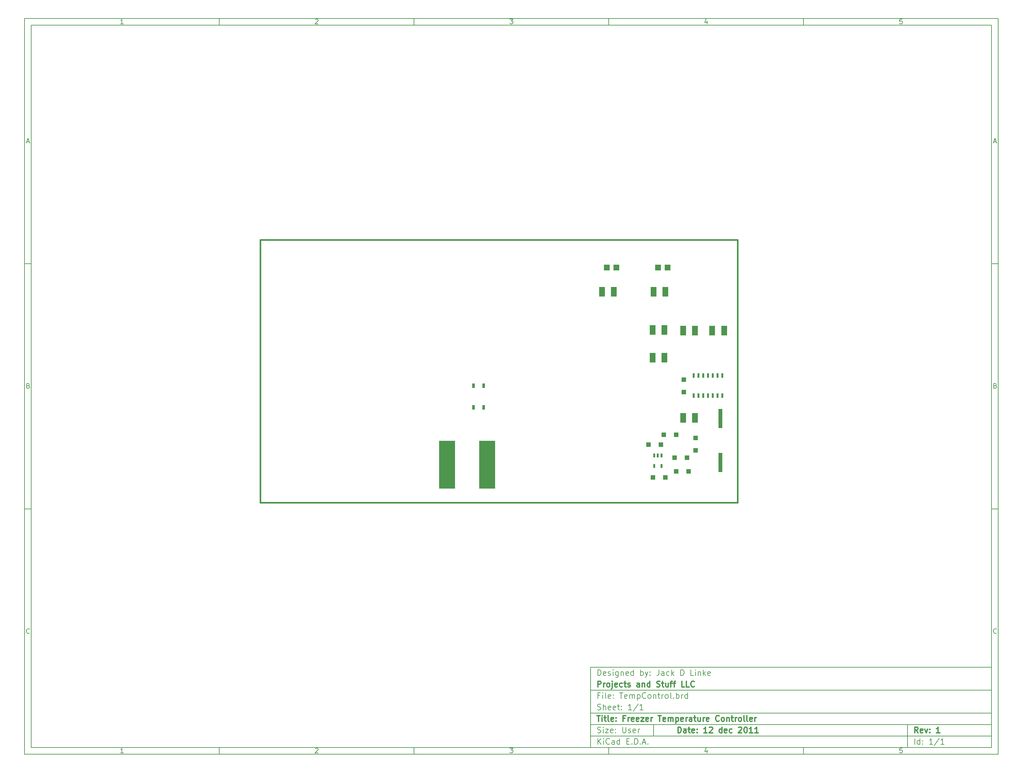
<source format=gtp>
G04 (created by PCBNEW-RS274X (2011-07-08 BZR 3044)-stable) date 12/12/2011 9:59:01 PM*
G01*
G70*
G90*
%MOIN*%
G04 Gerber Fmt 3.4, Leading zero omitted, Abs format*
%FSLAX34Y34*%
G04 APERTURE LIST*
%ADD10C,0.006000*%
%ADD11C,0.012000*%
%ADD12C,0.015000*%
%ADD13R,0.020000X0.045000*%
%ADD14R,0.023600X0.043300*%
%ADD15R,0.167300X0.500000*%
%ADD16R,0.049200X0.049200*%
%ADD17R,0.059100X0.098400*%
%ADD18R,0.026000X0.050000*%
%ADD19R,0.039400X0.200000*%
%ADD20R,0.060000X0.060000*%
G04 APERTURE END LIST*
G54D10*
X04000Y-04000D02*
X106000Y-04000D01*
X106000Y-81000D01*
X04000Y-81000D01*
X04000Y-04000D01*
X04700Y-04700D02*
X105300Y-04700D01*
X105300Y-80300D01*
X04700Y-80300D01*
X04700Y-04700D01*
X24400Y-04000D02*
X24400Y-04700D01*
X14343Y-04552D02*
X14057Y-04552D01*
X14200Y-04552D02*
X14200Y-04052D01*
X14152Y-04124D01*
X14105Y-04171D01*
X14057Y-04195D01*
X24400Y-81000D02*
X24400Y-80300D01*
X14343Y-80852D02*
X14057Y-80852D01*
X14200Y-80852D02*
X14200Y-80352D01*
X14152Y-80424D01*
X14105Y-80471D01*
X14057Y-80495D01*
X44800Y-04000D02*
X44800Y-04700D01*
X34457Y-04100D02*
X34481Y-04076D01*
X34529Y-04052D01*
X34648Y-04052D01*
X34695Y-04076D01*
X34719Y-04100D01*
X34743Y-04148D01*
X34743Y-04195D01*
X34719Y-04267D01*
X34433Y-04552D01*
X34743Y-04552D01*
X44800Y-81000D02*
X44800Y-80300D01*
X34457Y-80400D02*
X34481Y-80376D01*
X34529Y-80352D01*
X34648Y-80352D01*
X34695Y-80376D01*
X34719Y-80400D01*
X34743Y-80448D01*
X34743Y-80495D01*
X34719Y-80567D01*
X34433Y-80852D01*
X34743Y-80852D01*
X65200Y-04000D02*
X65200Y-04700D01*
X54833Y-04052D02*
X55143Y-04052D01*
X54976Y-04243D01*
X55048Y-04243D01*
X55095Y-04267D01*
X55119Y-04290D01*
X55143Y-04338D01*
X55143Y-04457D01*
X55119Y-04505D01*
X55095Y-04529D01*
X55048Y-04552D01*
X54905Y-04552D01*
X54857Y-04529D01*
X54833Y-04505D01*
X65200Y-81000D02*
X65200Y-80300D01*
X54833Y-80352D02*
X55143Y-80352D01*
X54976Y-80543D01*
X55048Y-80543D01*
X55095Y-80567D01*
X55119Y-80590D01*
X55143Y-80638D01*
X55143Y-80757D01*
X55119Y-80805D01*
X55095Y-80829D01*
X55048Y-80852D01*
X54905Y-80852D01*
X54857Y-80829D01*
X54833Y-80805D01*
X85600Y-04000D02*
X85600Y-04700D01*
X75495Y-04219D02*
X75495Y-04552D01*
X75376Y-04029D02*
X75257Y-04386D01*
X75567Y-04386D01*
X85600Y-81000D02*
X85600Y-80300D01*
X75495Y-80519D02*
X75495Y-80852D01*
X75376Y-80329D02*
X75257Y-80686D01*
X75567Y-80686D01*
X95919Y-04052D02*
X95681Y-04052D01*
X95657Y-04290D01*
X95681Y-04267D01*
X95729Y-04243D01*
X95848Y-04243D01*
X95895Y-04267D01*
X95919Y-04290D01*
X95943Y-04338D01*
X95943Y-04457D01*
X95919Y-04505D01*
X95895Y-04529D01*
X95848Y-04552D01*
X95729Y-04552D01*
X95681Y-04529D01*
X95657Y-04505D01*
X95919Y-80352D02*
X95681Y-80352D01*
X95657Y-80590D01*
X95681Y-80567D01*
X95729Y-80543D01*
X95848Y-80543D01*
X95895Y-80567D01*
X95919Y-80590D01*
X95943Y-80638D01*
X95943Y-80757D01*
X95919Y-80805D01*
X95895Y-80829D01*
X95848Y-80852D01*
X95729Y-80852D01*
X95681Y-80829D01*
X95657Y-80805D01*
X04000Y-29660D02*
X04700Y-29660D01*
X04231Y-16890D02*
X04469Y-16890D01*
X04184Y-17032D02*
X04350Y-16532D01*
X04517Y-17032D01*
X106000Y-29660D02*
X105300Y-29660D01*
X105531Y-16890D02*
X105769Y-16890D01*
X105484Y-17032D02*
X105650Y-16532D01*
X105817Y-17032D01*
X04000Y-55320D02*
X04700Y-55320D01*
X04386Y-42430D02*
X04457Y-42454D01*
X04481Y-42478D01*
X04505Y-42526D01*
X04505Y-42597D01*
X04481Y-42645D01*
X04457Y-42669D01*
X04410Y-42692D01*
X04219Y-42692D01*
X04219Y-42192D01*
X04386Y-42192D01*
X04433Y-42216D01*
X04457Y-42240D01*
X04481Y-42288D01*
X04481Y-42335D01*
X04457Y-42383D01*
X04433Y-42407D01*
X04386Y-42430D01*
X04219Y-42430D01*
X106000Y-55320D02*
X105300Y-55320D01*
X105686Y-42430D02*
X105757Y-42454D01*
X105781Y-42478D01*
X105805Y-42526D01*
X105805Y-42597D01*
X105781Y-42645D01*
X105757Y-42669D01*
X105710Y-42692D01*
X105519Y-42692D01*
X105519Y-42192D01*
X105686Y-42192D01*
X105733Y-42216D01*
X105757Y-42240D01*
X105781Y-42288D01*
X105781Y-42335D01*
X105757Y-42383D01*
X105733Y-42407D01*
X105686Y-42430D01*
X105519Y-42430D01*
X04505Y-68305D02*
X04481Y-68329D01*
X04410Y-68352D01*
X04362Y-68352D01*
X04290Y-68329D01*
X04243Y-68281D01*
X04219Y-68233D01*
X04195Y-68138D01*
X04195Y-68067D01*
X04219Y-67971D01*
X04243Y-67924D01*
X04290Y-67876D01*
X04362Y-67852D01*
X04410Y-67852D01*
X04481Y-67876D01*
X04505Y-67900D01*
X105805Y-68305D02*
X105781Y-68329D01*
X105710Y-68352D01*
X105662Y-68352D01*
X105590Y-68329D01*
X105543Y-68281D01*
X105519Y-68233D01*
X105495Y-68138D01*
X105495Y-68067D01*
X105519Y-67971D01*
X105543Y-67924D01*
X105590Y-67876D01*
X105662Y-67852D01*
X105710Y-67852D01*
X105781Y-67876D01*
X105805Y-67900D01*
G54D11*
X72443Y-78743D02*
X72443Y-78143D01*
X72586Y-78143D01*
X72671Y-78171D01*
X72729Y-78229D01*
X72757Y-78286D01*
X72786Y-78400D01*
X72786Y-78486D01*
X72757Y-78600D01*
X72729Y-78657D01*
X72671Y-78714D01*
X72586Y-78743D01*
X72443Y-78743D01*
X73300Y-78743D02*
X73300Y-78429D01*
X73271Y-78371D01*
X73214Y-78343D01*
X73100Y-78343D01*
X73043Y-78371D01*
X73300Y-78714D02*
X73243Y-78743D01*
X73100Y-78743D01*
X73043Y-78714D01*
X73014Y-78657D01*
X73014Y-78600D01*
X73043Y-78543D01*
X73100Y-78514D01*
X73243Y-78514D01*
X73300Y-78486D01*
X73500Y-78343D02*
X73729Y-78343D01*
X73586Y-78143D02*
X73586Y-78657D01*
X73614Y-78714D01*
X73672Y-78743D01*
X73729Y-78743D01*
X74157Y-78714D02*
X74100Y-78743D01*
X73986Y-78743D01*
X73929Y-78714D01*
X73900Y-78657D01*
X73900Y-78429D01*
X73929Y-78371D01*
X73986Y-78343D01*
X74100Y-78343D01*
X74157Y-78371D01*
X74186Y-78429D01*
X74186Y-78486D01*
X73900Y-78543D01*
X74443Y-78686D02*
X74471Y-78714D01*
X74443Y-78743D01*
X74414Y-78714D01*
X74443Y-78686D01*
X74443Y-78743D01*
X74443Y-78371D02*
X74471Y-78400D01*
X74443Y-78429D01*
X74414Y-78400D01*
X74443Y-78371D01*
X74443Y-78429D01*
X75500Y-78743D02*
X75157Y-78743D01*
X75329Y-78743D02*
X75329Y-78143D01*
X75272Y-78229D01*
X75214Y-78286D01*
X75157Y-78314D01*
X75728Y-78200D02*
X75757Y-78171D01*
X75814Y-78143D01*
X75957Y-78143D01*
X76014Y-78171D01*
X76043Y-78200D01*
X76071Y-78257D01*
X76071Y-78314D01*
X76043Y-78400D01*
X75700Y-78743D01*
X76071Y-78743D01*
X77042Y-78743D02*
X77042Y-78143D01*
X77042Y-78714D02*
X76985Y-78743D01*
X76871Y-78743D01*
X76813Y-78714D01*
X76785Y-78686D01*
X76756Y-78629D01*
X76756Y-78457D01*
X76785Y-78400D01*
X76813Y-78371D01*
X76871Y-78343D01*
X76985Y-78343D01*
X77042Y-78371D01*
X77556Y-78714D02*
X77499Y-78743D01*
X77385Y-78743D01*
X77328Y-78714D01*
X77299Y-78657D01*
X77299Y-78429D01*
X77328Y-78371D01*
X77385Y-78343D01*
X77499Y-78343D01*
X77556Y-78371D01*
X77585Y-78429D01*
X77585Y-78486D01*
X77299Y-78543D01*
X78099Y-78714D02*
X78042Y-78743D01*
X77928Y-78743D01*
X77870Y-78714D01*
X77842Y-78686D01*
X77813Y-78629D01*
X77813Y-78457D01*
X77842Y-78400D01*
X77870Y-78371D01*
X77928Y-78343D01*
X78042Y-78343D01*
X78099Y-78371D01*
X78784Y-78200D02*
X78813Y-78171D01*
X78870Y-78143D01*
X79013Y-78143D01*
X79070Y-78171D01*
X79099Y-78200D01*
X79127Y-78257D01*
X79127Y-78314D01*
X79099Y-78400D01*
X78756Y-78743D01*
X79127Y-78743D01*
X79498Y-78143D02*
X79555Y-78143D01*
X79612Y-78171D01*
X79641Y-78200D01*
X79670Y-78257D01*
X79698Y-78371D01*
X79698Y-78514D01*
X79670Y-78629D01*
X79641Y-78686D01*
X79612Y-78714D01*
X79555Y-78743D01*
X79498Y-78743D01*
X79441Y-78714D01*
X79412Y-78686D01*
X79384Y-78629D01*
X79355Y-78514D01*
X79355Y-78371D01*
X79384Y-78257D01*
X79412Y-78200D01*
X79441Y-78171D01*
X79498Y-78143D01*
X80269Y-78743D02*
X79926Y-78743D01*
X80098Y-78743D02*
X80098Y-78143D01*
X80041Y-78229D01*
X79983Y-78286D01*
X79926Y-78314D01*
X80840Y-78743D02*
X80497Y-78743D01*
X80669Y-78743D02*
X80669Y-78143D01*
X80612Y-78229D01*
X80554Y-78286D01*
X80497Y-78314D01*
G54D10*
X64043Y-79943D02*
X64043Y-79343D01*
X64386Y-79943D02*
X64129Y-79600D01*
X64386Y-79343D02*
X64043Y-79686D01*
X64643Y-79943D02*
X64643Y-79543D01*
X64643Y-79343D02*
X64614Y-79371D01*
X64643Y-79400D01*
X64671Y-79371D01*
X64643Y-79343D01*
X64643Y-79400D01*
X65272Y-79886D02*
X65243Y-79914D01*
X65157Y-79943D01*
X65100Y-79943D01*
X65015Y-79914D01*
X64957Y-79857D01*
X64929Y-79800D01*
X64900Y-79686D01*
X64900Y-79600D01*
X64929Y-79486D01*
X64957Y-79429D01*
X65015Y-79371D01*
X65100Y-79343D01*
X65157Y-79343D01*
X65243Y-79371D01*
X65272Y-79400D01*
X65786Y-79943D02*
X65786Y-79629D01*
X65757Y-79571D01*
X65700Y-79543D01*
X65586Y-79543D01*
X65529Y-79571D01*
X65786Y-79914D02*
X65729Y-79943D01*
X65586Y-79943D01*
X65529Y-79914D01*
X65500Y-79857D01*
X65500Y-79800D01*
X65529Y-79743D01*
X65586Y-79714D01*
X65729Y-79714D01*
X65786Y-79686D01*
X66329Y-79943D02*
X66329Y-79343D01*
X66329Y-79914D02*
X66272Y-79943D01*
X66158Y-79943D01*
X66100Y-79914D01*
X66072Y-79886D01*
X66043Y-79829D01*
X66043Y-79657D01*
X66072Y-79600D01*
X66100Y-79571D01*
X66158Y-79543D01*
X66272Y-79543D01*
X66329Y-79571D01*
X67072Y-79629D02*
X67272Y-79629D01*
X67358Y-79943D02*
X67072Y-79943D01*
X67072Y-79343D01*
X67358Y-79343D01*
X67615Y-79886D02*
X67643Y-79914D01*
X67615Y-79943D01*
X67586Y-79914D01*
X67615Y-79886D01*
X67615Y-79943D01*
X67901Y-79943D02*
X67901Y-79343D01*
X68044Y-79343D01*
X68129Y-79371D01*
X68187Y-79429D01*
X68215Y-79486D01*
X68244Y-79600D01*
X68244Y-79686D01*
X68215Y-79800D01*
X68187Y-79857D01*
X68129Y-79914D01*
X68044Y-79943D01*
X67901Y-79943D01*
X68501Y-79886D02*
X68529Y-79914D01*
X68501Y-79943D01*
X68472Y-79914D01*
X68501Y-79886D01*
X68501Y-79943D01*
X68758Y-79771D02*
X69044Y-79771D01*
X68701Y-79943D02*
X68901Y-79343D01*
X69101Y-79943D01*
X69301Y-79886D02*
X69329Y-79914D01*
X69301Y-79943D01*
X69272Y-79914D01*
X69301Y-79886D01*
X69301Y-79943D01*
G54D11*
X97586Y-78743D02*
X97386Y-78457D01*
X97243Y-78743D02*
X97243Y-78143D01*
X97471Y-78143D01*
X97529Y-78171D01*
X97557Y-78200D01*
X97586Y-78257D01*
X97586Y-78343D01*
X97557Y-78400D01*
X97529Y-78429D01*
X97471Y-78457D01*
X97243Y-78457D01*
X98071Y-78714D02*
X98014Y-78743D01*
X97900Y-78743D01*
X97843Y-78714D01*
X97814Y-78657D01*
X97814Y-78429D01*
X97843Y-78371D01*
X97900Y-78343D01*
X98014Y-78343D01*
X98071Y-78371D01*
X98100Y-78429D01*
X98100Y-78486D01*
X97814Y-78543D01*
X98300Y-78343D02*
X98443Y-78743D01*
X98585Y-78343D01*
X98814Y-78686D02*
X98842Y-78714D01*
X98814Y-78743D01*
X98785Y-78714D01*
X98814Y-78686D01*
X98814Y-78743D01*
X98814Y-78371D02*
X98842Y-78400D01*
X98814Y-78429D01*
X98785Y-78400D01*
X98814Y-78371D01*
X98814Y-78429D01*
X99871Y-78743D02*
X99528Y-78743D01*
X99700Y-78743D02*
X99700Y-78143D01*
X99643Y-78229D01*
X99585Y-78286D01*
X99528Y-78314D01*
G54D10*
X64014Y-78714D02*
X64100Y-78743D01*
X64243Y-78743D01*
X64300Y-78714D01*
X64329Y-78686D01*
X64357Y-78629D01*
X64357Y-78571D01*
X64329Y-78514D01*
X64300Y-78486D01*
X64243Y-78457D01*
X64129Y-78429D01*
X64071Y-78400D01*
X64043Y-78371D01*
X64014Y-78314D01*
X64014Y-78257D01*
X64043Y-78200D01*
X64071Y-78171D01*
X64129Y-78143D01*
X64271Y-78143D01*
X64357Y-78171D01*
X64614Y-78743D02*
X64614Y-78343D01*
X64614Y-78143D02*
X64585Y-78171D01*
X64614Y-78200D01*
X64642Y-78171D01*
X64614Y-78143D01*
X64614Y-78200D01*
X64843Y-78343D02*
X65157Y-78343D01*
X64843Y-78743D01*
X65157Y-78743D01*
X65614Y-78714D02*
X65557Y-78743D01*
X65443Y-78743D01*
X65386Y-78714D01*
X65357Y-78657D01*
X65357Y-78429D01*
X65386Y-78371D01*
X65443Y-78343D01*
X65557Y-78343D01*
X65614Y-78371D01*
X65643Y-78429D01*
X65643Y-78486D01*
X65357Y-78543D01*
X65900Y-78686D02*
X65928Y-78714D01*
X65900Y-78743D01*
X65871Y-78714D01*
X65900Y-78686D01*
X65900Y-78743D01*
X65900Y-78371D02*
X65928Y-78400D01*
X65900Y-78429D01*
X65871Y-78400D01*
X65900Y-78371D01*
X65900Y-78429D01*
X66643Y-78143D02*
X66643Y-78629D01*
X66671Y-78686D01*
X66700Y-78714D01*
X66757Y-78743D01*
X66871Y-78743D01*
X66929Y-78714D01*
X66957Y-78686D01*
X66986Y-78629D01*
X66986Y-78143D01*
X67243Y-78714D02*
X67300Y-78743D01*
X67415Y-78743D01*
X67472Y-78714D01*
X67500Y-78657D01*
X67500Y-78629D01*
X67472Y-78571D01*
X67415Y-78543D01*
X67329Y-78543D01*
X67272Y-78514D01*
X67243Y-78457D01*
X67243Y-78429D01*
X67272Y-78371D01*
X67329Y-78343D01*
X67415Y-78343D01*
X67472Y-78371D01*
X67986Y-78714D02*
X67929Y-78743D01*
X67815Y-78743D01*
X67758Y-78714D01*
X67729Y-78657D01*
X67729Y-78429D01*
X67758Y-78371D01*
X67815Y-78343D01*
X67929Y-78343D01*
X67986Y-78371D01*
X68015Y-78429D01*
X68015Y-78486D01*
X67729Y-78543D01*
X68272Y-78743D02*
X68272Y-78343D01*
X68272Y-78457D02*
X68300Y-78400D01*
X68329Y-78371D01*
X68386Y-78343D01*
X68443Y-78343D01*
X97243Y-79943D02*
X97243Y-79343D01*
X97786Y-79943D02*
X97786Y-79343D01*
X97786Y-79914D02*
X97729Y-79943D01*
X97615Y-79943D01*
X97557Y-79914D01*
X97529Y-79886D01*
X97500Y-79829D01*
X97500Y-79657D01*
X97529Y-79600D01*
X97557Y-79571D01*
X97615Y-79543D01*
X97729Y-79543D01*
X97786Y-79571D01*
X98072Y-79886D02*
X98100Y-79914D01*
X98072Y-79943D01*
X98043Y-79914D01*
X98072Y-79886D01*
X98072Y-79943D01*
X98072Y-79571D02*
X98100Y-79600D01*
X98072Y-79629D01*
X98043Y-79600D01*
X98072Y-79571D01*
X98072Y-79629D01*
X99129Y-79943D02*
X98786Y-79943D01*
X98958Y-79943D02*
X98958Y-79343D01*
X98901Y-79429D01*
X98843Y-79486D01*
X98786Y-79514D01*
X99814Y-79314D02*
X99300Y-80086D01*
X100329Y-79943D02*
X99986Y-79943D01*
X100158Y-79943D02*
X100158Y-79343D01*
X100101Y-79429D01*
X100043Y-79486D01*
X99986Y-79514D01*
G54D11*
X63957Y-76943D02*
X64300Y-76943D01*
X64129Y-77543D02*
X64129Y-76943D01*
X64500Y-77543D02*
X64500Y-77143D01*
X64500Y-76943D02*
X64471Y-76971D01*
X64500Y-77000D01*
X64528Y-76971D01*
X64500Y-76943D01*
X64500Y-77000D01*
X64700Y-77143D02*
X64929Y-77143D01*
X64786Y-76943D02*
X64786Y-77457D01*
X64814Y-77514D01*
X64872Y-77543D01*
X64929Y-77543D01*
X65215Y-77543D02*
X65157Y-77514D01*
X65129Y-77457D01*
X65129Y-76943D01*
X65671Y-77514D02*
X65614Y-77543D01*
X65500Y-77543D01*
X65443Y-77514D01*
X65414Y-77457D01*
X65414Y-77229D01*
X65443Y-77171D01*
X65500Y-77143D01*
X65614Y-77143D01*
X65671Y-77171D01*
X65700Y-77229D01*
X65700Y-77286D01*
X65414Y-77343D01*
X65957Y-77486D02*
X65985Y-77514D01*
X65957Y-77543D01*
X65928Y-77514D01*
X65957Y-77486D01*
X65957Y-77543D01*
X65957Y-77171D02*
X65985Y-77200D01*
X65957Y-77229D01*
X65928Y-77200D01*
X65957Y-77171D01*
X65957Y-77229D01*
X66900Y-77229D02*
X66700Y-77229D01*
X66700Y-77543D02*
X66700Y-76943D01*
X66986Y-76943D01*
X67214Y-77543D02*
X67214Y-77143D01*
X67214Y-77257D02*
X67242Y-77200D01*
X67271Y-77171D01*
X67328Y-77143D01*
X67385Y-77143D01*
X67813Y-77514D02*
X67756Y-77543D01*
X67642Y-77543D01*
X67585Y-77514D01*
X67556Y-77457D01*
X67556Y-77229D01*
X67585Y-77171D01*
X67642Y-77143D01*
X67756Y-77143D01*
X67813Y-77171D01*
X67842Y-77229D01*
X67842Y-77286D01*
X67556Y-77343D01*
X68327Y-77514D02*
X68270Y-77543D01*
X68156Y-77543D01*
X68099Y-77514D01*
X68070Y-77457D01*
X68070Y-77229D01*
X68099Y-77171D01*
X68156Y-77143D01*
X68270Y-77143D01*
X68327Y-77171D01*
X68356Y-77229D01*
X68356Y-77286D01*
X68070Y-77343D01*
X68556Y-77143D02*
X68870Y-77143D01*
X68556Y-77543D01*
X68870Y-77543D01*
X69327Y-77514D02*
X69270Y-77543D01*
X69156Y-77543D01*
X69099Y-77514D01*
X69070Y-77457D01*
X69070Y-77229D01*
X69099Y-77171D01*
X69156Y-77143D01*
X69270Y-77143D01*
X69327Y-77171D01*
X69356Y-77229D01*
X69356Y-77286D01*
X69070Y-77343D01*
X69613Y-77543D02*
X69613Y-77143D01*
X69613Y-77257D02*
X69641Y-77200D01*
X69670Y-77171D01*
X69727Y-77143D01*
X69784Y-77143D01*
X70355Y-76943D02*
X70698Y-76943D01*
X70527Y-77543D02*
X70527Y-76943D01*
X71126Y-77514D02*
X71069Y-77543D01*
X70955Y-77543D01*
X70898Y-77514D01*
X70869Y-77457D01*
X70869Y-77229D01*
X70898Y-77171D01*
X70955Y-77143D01*
X71069Y-77143D01*
X71126Y-77171D01*
X71155Y-77229D01*
X71155Y-77286D01*
X70869Y-77343D01*
X71412Y-77543D02*
X71412Y-77143D01*
X71412Y-77200D02*
X71440Y-77171D01*
X71498Y-77143D01*
X71583Y-77143D01*
X71640Y-77171D01*
X71669Y-77229D01*
X71669Y-77543D01*
X71669Y-77229D02*
X71698Y-77171D01*
X71755Y-77143D01*
X71840Y-77143D01*
X71898Y-77171D01*
X71926Y-77229D01*
X71926Y-77543D01*
X72212Y-77143D02*
X72212Y-77743D01*
X72212Y-77171D02*
X72269Y-77143D01*
X72383Y-77143D01*
X72440Y-77171D01*
X72469Y-77200D01*
X72498Y-77257D01*
X72498Y-77429D01*
X72469Y-77486D01*
X72440Y-77514D01*
X72383Y-77543D01*
X72269Y-77543D01*
X72212Y-77514D01*
X72983Y-77514D02*
X72926Y-77543D01*
X72812Y-77543D01*
X72755Y-77514D01*
X72726Y-77457D01*
X72726Y-77229D01*
X72755Y-77171D01*
X72812Y-77143D01*
X72926Y-77143D01*
X72983Y-77171D01*
X73012Y-77229D01*
X73012Y-77286D01*
X72726Y-77343D01*
X73269Y-77543D02*
X73269Y-77143D01*
X73269Y-77257D02*
X73297Y-77200D01*
X73326Y-77171D01*
X73383Y-77143D01*
X73440Y-77143D01*
X73897Y-77543D02*
X73897Y-77229D01*
X73868Y-77171D01*
X73811Y-77143D01*
X73697Y-77143D01*
X73640Y-77171D01*
X73897Y-77514D02*
X73840Y-77543D01*
X73697Y-77543D01*
X73640Y-77514D01*
X73611Y-77457D01*
X73611Y-77400D01*
X73640Y-77343D01*
X73697Y-77314D01*
X73840Y-77314D01*
X73897Y-77286D01*
X74097Y-77143D02*
X74326Y-77143D01*
X74183Y-76943D02*
X74183Y-77457D01*
X74211Y-77514D01*
X74269Y-77543D01*
X74326Y-77543D01*
X74783Y-77143D02*
X74783Y-77543D01*
X74526Y-77143D02*
X74526Y-77457D01*
X74554Y-77514D01*
X74612Y-77543D01*
X74697Y-77543D01*
X74754Y-77514D01*
X74783Y-77486D01*
X75069Y-77543D02*
X75069Y-77143D01*
X75069Y-77257D02*
X75097Y-77200D01*
X75126Y-77171D01*
X75183Y-77143D01*
X75240Y-77143D01*
X75668Y-77514D02*
X75611Y-77543D01*
X75497Y-77543D01*
X75440Y-77514D01*
X75411Y-77457D01*
X75411Y-77229D01*
X75440Y-77171D01*
X75497Y-77143D01*
X75611Y-77143D01*
X75668Y-77171D01*
X75697Y-77229D01*
X75697Y-77286D01*
X75411Y-77343D01*
X76754Y-77486D02*
X76725Y-77514D01*
X76639Y-77543D01*
X76582Y-77543D01*
X76497Y-77514D01*
X76439Y-77457D01*
X76411Y-77400D01*
X76382Y-77286D01*
X76382Y-77200D01*
X76411Y-77086D01*
X76439Y-77029D01*
X76497Y-76971D01*
X76582Y-76943D01*
X76639Y-76943D01*
X76725Y-76971D01*
X76754Y-77000D01*
X77097Y-77543D02*
X77039Y-77514D01*
X77011Y-77486D01*
X76982Y-77429D01*
X76982Y-77257D01*
X77011Y-77200D01*
X77039Y-77171D01*
X77097Y-77143D01*
X77182Y-77143D01*
X77239Y-77171D01*
X77268Y-77200D01*
X77297Y-77257D01*
X77297Y-77429D01*
X77268Y-77486D01*
X77239Y-77514D01*
X77182Y-77543D01*
X77097Y-77543D01*
X77554Y-77143D02*
X77554Y-77543D01*
X77554Y-77200D02*
X77582Y-77171D01*
X77640Y-77143D01*
X77725Y-77143D01*
X77782Y-77171D01*
X77811Y-77229D01*
X77811Y-77543D01*
X78011Y-77143D02*
X78240Y-77143D01*
X78097Y-76943D02*
X78097Y-77457D01*
X78125Y-77514D01*
X78183Y-77543D01*
X78240Y-77543D01*
X78440Y-77543D02*
X78440Y-77143D01*
X78440Y-77257D02*
X78468Y-77200D01*
X78497Y-77171D01*
X78554Y-77143D01*
X78611Y-77143D01*
X78897Y-77543D02*
X78839Y-77514D01*
X78811Y-77486D01*
X78782Y-77429D01*
X78782Y-77257D01*
X78811Y-77200D01*
X78839Y-77171D01*
X78897Y-77143D01*
X78982Y-77143D01*
X79039Y-77171D01*
X79068Y-77200D01*
X79097Y-77257D01*
X79097Y-77429D01*
X79068Y-77486D01*
X79039Y-77514D01*
X78982Y-77543D01*
X78897Y-77543D01*
X79440Y-77543D02*
X79382Y-77514D01*
X79354Y-77457D01*
X79354Y-76943D01*
X79754Y-77543D02*
X79696Y-77514D01*
X79668Y-77457D01*
X79668Y-76943D01*
X80210Y-77514D02*
X80153Y-77543D01*
X80039Y-77543D01*
X79982Y-77514D01*
X79953Y-77457D01*
X79953Y-77229D01*
X79982Y-77171D01*
X80039Y-77143D01*
X80153Y-77143D01*
X80210Y-77171D01*
X80239Y-77229D01*
X80239Y-77286D01*
X79953Y-77343D01*
X80496Y-77543D02*
X80496Y-77143D01*
X80496Y-77257D02*
X80524Y-77200D01*
X80553Y-77171D01*
X80610Y-77143D01*
X80667Y-77143D01*
G54D10*
X64243Y-74829D02*
X64043Y-74829D01*
X64043Y-75143D02*
X64043Y-74543D01*
X64329Y-74543D01*
X64557Y-75143D02*
X64557Y-74743D01*
X64557Y-74543D02*
X64528Y-74571D01*
X64557Y-74600D01*
X64585Y-74571D01*
X64557Y-74543D01*
X64557Y-74600D01*
X64929Y-75143D02*
X64871Y-75114D01*
X64843Y-75057D01*
X64843Y-74543D01*
X65385Y-75114D02*
X65328Y-75143D01*
X65214Y-75143D01*
X65157Y-75114D01*
X65128Y-75057D01*
X65128Y-74829D01*
X65157Y-74771D01*
X65214Y-74743D01*
X65328Y-74743D01*
X65385Y-74771D01*
X65414Y-74829D01*
X65414Y-74886D01*
X65128Y-74943D01*
X65671Y-75086D02*
X65699Y-75114D01*
X65671Y-75143D01*
X65642Y-75114D01*
X65671Y-75086D01*
X65671Y-75143D01*
X65671Y-74771D02*
X65699Y-74800D01*
X65671Y-74829D01*
X65642Y-74800D01*
X65671Y-74771D01*
X65671Y-74829D01*
X66328Y-74543D02*
X66671Y-74543D01*
X66500Y-75143D02*
X66500Y-74543D01*
X67099Y-75114D02*
X67042Y-75143D01*
X66928Y-75143D01*
X66871Y-75114D01*
X66842Y-75057D01*
X66842Y-74829D01*
X66871Y-74771D01*
X66928Y-74743D01*
X67042Y-74743D01*
X67099Y-74771D01*
X67128Y-74829D01*
X67128Y-74886D01*
X66842Y-74943D01*
X67385Y-75143D02*
X67385Y-74743D01*
X67385Y-74800D02*
X67413Y-74771D01*
X67471Y-74743D01*
X67556Y-74743D01*
X67613Y-74771D01*
X67642Y-74829D01*
X67642Y-75143D01*
X67642Y-74829D02*
X67671Y-74771D01*
X67728Y-74743D01*
X67813Y-74743D01*
X67871Y-74771D01*
X67899Y-74829D01*
X67899Y-75143D01*
X68185Y-74743D02*
X68185Y-75343D01*
X68185Y-74771D02*
X68242Y-74743D01*
X68356Y-74743D01*
X68413Y-74771D01*
X68442Y-74800D01*
X68471Y-74857D01*
X68471Y-75029D01*
X68442Y-75086D01*
X68413Y-75114D01*
X68356Y-75143D01*
X68242Y-75143D01*
X68185Y-75114D01*
X69071Y-75086D02*
X69042Y-75114D01*
X68956Y-75143D01*
X68899Y-75143D01*
X68814Y-75114D01*
X68756Y-75057D01*
X68728Y-75000D01*
X68699Y-74886D01*
X68699Y-74800D01*
X68728Y-74686D01*
X68756Y-74629D01*
X68814Y-74571D01*
X68899Y-74543D01*
X68956Y-74543D01*
X69042Y-74571D01*
X69071Y-74600D01*
X69414Y-75143D02*
X69356Y-75114D01*
X69328Y-75086D01*
X69299Y-75029D01*
X69299Y-74857D01*
X69328Y-74800D01*
X69356Y-74771D01*
X69414Y-74743D01*
X69499Y-74743D01*
X69556Y-74771D01*
X69585Y-74800D01*
X69614Y-74857D01*
X69614Y-75029D01*
X69585Y-75086D01*
X69556Y-75114D01*
X69499Y-75143D01*
X69414Y-75143D01*
X69871Y-74743D02*
X69871Y-75143D01*
X69871Y-74800D02*
X69899Y-74771D01*
X69957Y-74743D01*
X70042Y-74743D01*
X70099Y-74771D01*
X70128Y-74829D01*
X70128Y-75143D01*
X70328Y-74743D02*
X70557Y-74743D01*
X70414Y-74543D02*
X70414Y-75057D01*
X70442Y-75114D01*
X70500Y-75143D01*
X70557Y-75143D01*
X70757Y-75143D02*
X70757Y-74743D01*
X70757Y-74857D02*
X70785Y-74800D01*
X70814Y-74771D01*
X70871Y-74743D01*
X70928Y-74743D01*
X71214Y-75143D02*
X71156Y-75114D01*
X71128Y-75086D01*
X71099Y-75029D01*
X71099Y-74857D01*
X71128Y-74800D01*
X71156Y-74771D01*
X71214Y-74743D01*
X71299Y-74743D01*
X71356Y-74771D01*
X71385Y-74800D01*
X71414Y-74857D01*
X71414Y-75029D01*
X71385Y-75086D01*
X71356Y-75114D01*
X71299Y-75143D01*
X71214Y-75143D01*
X71757Y-75143D02*
X71699Y-75114D01*
X71671Y-75057D01*
X71671Y-74543D01*
X71985Y-75086D02*
X72013Y-75114D01*
X71985Y-75143D01*
X71956Y-75114D01*
X71985Y-75086D01*
X71985Y-75143D01*
X72271Y-75143D02*
X72271Y-74543D01*
X72271Y-74771D02*
X72328Y-74743D01*
X72442Y-74743D01*
X72499Y-74771D01*
X72528Y-74800D01*
X72557Y-74857D01*
X72557Y-75029D01*
X72528Y-75086D01*
X72499Y-75114D01*
X72442Y-75143D01*
X72328Y-75143D01*
X72271Y-75114D01*
X72814Y-75143D02*
X72814Y-74743D01*
X72814Y-74857D02*
X72842Y-74800D01*
X72871Y-74771D01*
X72928Y-74743D01*
X72985Y-74743D01*
X73442Y-75143D02*
X73442Y-74543D01*
X73442Y-75114D02*
X73385Y-75143D01*
X73271Y-75143D01*
X73213Y-75114D01*
X73185Y-75086D01*
X73156Y-75029D01*
X73156Y-74857D01*
X73185Y-74800D01*
X73213Y-74771D01*
X73271Y-74743D01*
X73385Y-74743D01*
X73442Y-74771D01*
X64014Y-76314D02*
X64100Y-76343D01*
X64243Y-76343D01*
X64300Y-76314D01*
X64329Y-76286D01*
X64357Y-76229D01*
X64357Y-76171D01*
X64329Y-76114D01*
X64300Y-76086D01*
X64243Y-76057D01*
X64129Y-76029D01*
X64071Y-76000D01*
X64043Y-75971D01*
X64014Y-75914D01*
X64014Y-75857D01*
X64043Y-75800D01*
X64071Y-75771D01*
X64129Y-75743D01*
X64271Y-75743D01*
X64357Y-75771D01*
X64614Y-76343D02*
X64614Y-75743D01*
X64871Y-76343D02*
X64871Y-76029D01*
X64842Y-75971D01*
X64785Y-75943D01*
X64700Y-75943D01*
X64642Y-75971D01*
X64614Y-76000D01*
X65385Y-76314D02*
X65328Y-76343D01*
X65214Y-76343D01*
X65157Y-76314D01*
X65128Y-76257D01*
X65128Y-76029D01*
X65157Y-75971D01*
X65214Y-75943D01*
X65328Y-75943D01*
X65385Y-75971D01*
X65414Y-76029D01*
X65414Y-76086D01*
X65128Y-76143D01*
X65899Y-76314D02*
X65842Y-76343D01*
X65728Y-76343D01*
X65671Y-76314D01*
X65642Y-76257D01*
X65642Y-76029D01*
X65671Y-75971D01*
X65728Y-75943D01*
X65842Y-75943D01*
X65899Y-75971D01*
X65928Y-76029D01*
X65928Y-76086D01*
X65642Y-76143D01*
X66099Y-75943D02*
X66328Y-75943D01*
X66185Y-75743D02*
X66185Y-76257D01*
X66213Y-76314D01*
X66271Y-76343D01*
X66328Y-76343D01*
X66528Y-76286D02*
X66556Y-76314D01*
X66528Y-76343D01*
X66499Y-76314D01*
X66528Y-76286D01*
X66528Y-76343D01*
X66528Y-75971D02*
X66556Y-76000D01*
X66528Y-76029D01*
X66499Y-76000D01*
X66528Y-75971D01*
X66528Y-76029D01*
X67585Y-76343D02*
X67242Y-76343D01*
X67414Y-76343D02*
X67414Y-75743D01*
X67357Y-75829D01*
X67299Y-75886D01*
X67242Y-75914D01*
X68270Y-75714D02*
X67756Y-76486D01*
X68785Y-76343D02*
X68442Y-76343D01*
X68614Y-76343D02*
X68614Y-75743D01*
X68557Y-75829D01*
X68499Y-75886D01*
X68442Y-75914D01*
G54D11*
X64043Y-73943D02*
X64043Y-73343D01*
X64271Y-73343D01*
X64329Y-73371D01*
X64357Y-73400D01*
X64386Y-73457D01*
X64386Y-73543D01*
X64357Y-73600D01*
X64329Y-73629D01*
X64271Y-73657D01*
X64043Y-73657D01*
X64643Y-73943D02*
X64643Y-73543D01*
X64643Y-73657D02*
X64671Y-73600D01*
X64700Y-73571D01*
X64757Y-73543D01*
X64814Y-73543D01*
X65100Y-73943D02*
X65042Y-73914D01*
X65014Y-73886D01*
X64985Y-73829D01*
X64985Y-73657D01*
X65014Y-73600D01*
X65042Y-73571D01*
X65100Y-73543D01*
X65185Y-73543D01*
X65242Y-73571D01*
X65271Y-73600D01*
X65300Y-73657D01*
X65300Y-73829D01*
X65271Y-73886D01*
X65242Y-73914D01*
X65185Y-73943D01*
X65100Y-73943D01*
X65557Y-73543D02*
X65557Y-74057D01*
X65528Y-74114D01*
X65471Y-74143D01*
X65443Y-74143D01*
X65557Y-73343D02*
X65528Y-73371D01*
X65557Y-73400D01*
X65585Y-73371D01*
X65557Y-73343D01*
X65557Y-73400D01*
X66071Y-73914D02*
X66014Y-73943D01*
X65900Y-73943D01*
X65843Y-73914D01*
X65814Y-73857D01*
X65814Y-73629D01*
X65843Y-73571D01*
X65900Y-73543D01*
X66014Y-73543D01*
X66071Y-73571D01*
X66100Y-73629D01*
X66100Y-73686D01*
X65814Y-73743D01*
X66614Y-73914D02*
X66557Y-73943D01*
X66443Y-73943D01*
X66385Y-73914D01*
X66357Y-73886D01*
X66328Y-73829D01*
X66328Y-73657D01*
X66357Y-73600D01*
X66385Y-73571D01*
X66443Y-73543D01*
X66557Y-73543D01*
X66614Y-73571D01*
X66785Y-73543D02*
X67014Y-73543D01*
X66871Y-73343D02*
X66871Y-73857D01*
X66899Y-73914D01*
X66957Y-73943D01*
X67014Y-73943D01*
X67185Y-73914D02*
X67242Y-73943D01*
X67357Y-73943D01*
X67414Y-73914D01*
X67442Y-73857D01*
X67442Y-73829D01*
X67414Y-73771D01*
X67357Y-73743D01*
X67271Y-73743D01*
X67214Y-73714D01*
X67185Y-73657D01*
X67185Y-73629D01*
X67214Y-73571D01*
X67271Y-73543D01*
X67357Y-73543D01*
X67414Y-73571D01*
X68414Y-73943D02*
X68414Y-73629D01*
X68385Y-73571D01*
X68328Y-73543D01*
X68214Y-73543D01*
X68157Y-73571D01*
X68414Y-73914D02*
X68357Y-73943D01*
X68214Y-73943D01*
X68157Y-73914D01*
X68128Y-73857D01*
X68128Y-73800D01*
X68157Y-73743D01*
X68214Y-73714D01*
X68357Y-73714D01*
X68414Y-73686D01*
X68700Y-73543D02*
X68700Y-73943D01*
X68700Y-73600D02*
X68728Y-73571D01*
X68786Y-73543D01*
X68871Y-73543D01*
X68928Y-73571D01*
X68957Y-73629D01*
X68957Y-73943D01*
X69500Y-73943D02*
X69500Y-73343D01*
X69500Y-73914D02*
X69443Y-73943D01*
X69329Y-73943D01*
X69271Y-73914D01*
X69243Y-73886D01*
X69214Y-73829D01*
X69214Y-73657D01*
X69243Y-73600D01*
X69271Y-73571D01*
X69329Y-73543D01*
X69443Y-73543D01*
X69500Y-73571D01*
X70214Y-73914D02*
X70300Y-73943D01*
X70443Y-73943D01*
X70500Y-73914D01*
X70529Y-73886D01*
X70557Y-73829D01*
X70557Y-73771D01*
X70529Y-73714D01*
X70500Y-73686D01*
X70443Y-73657D01*
X70329Y-73629D01*
X70271Y-73600D01*
X70243Y-73571D01*
X70214Y-73514D01*
X70214Y-73457D01*
X70243Y-73400D01*
X70271Y-73371D01*
X70329Y-73343D01*
X70471Y-73343D01*
X70557Y-73371D01*
X70728Y-73543D02*
X70957Y-73543D01*
X70814Y-73343D02*
X70814Y-73857D01*
X70842Y-73914D01*
X70900Y-73943D01*
X70957Y-73943D01*
X71414Y-73543D02*
X71414Y-73943D01*
X71157Y-73543D02*
X71157Y-73857D01*
X71185Y-73914D01*
X71243Y-73943D01*
X71328Y-73943D01*
X71385Y-73914D01*
X71414Y-73886D01*
X71614Y-73543D02*
X71843Y-73543D01*
X71700Y-73943D02*
X71700Y-73429D01*
X71728Y-73371D01*
X71786Y-73343D01*
X71843Y-73343D01*
X71957Y-73543D02*
X72186Y-73543D01*
X72043Y-73943D02*
X72043Y-73429D01*
X72071Y-73371D01*
X72129Y-73343D01*
X72186Y-73343D01*
X73129Y-73943D02*
X72843Y-73943D01*
X72843Y-73343D01*
X73615Y-73943D02*
X73329Y-73943D01*
X73329Y-73343D01*
X74158Y-73886D02*
X74129Y-73914D01*
X74043Y-73943D01*
X73986Y-73943D01*
X73901Y-73914D01*
X73843Y-73857D01*
X73815Y-73800D01*
X73786Y-73686D01*
X73786Y-73600D01*
X73815Y-73486D01*
X73843Y-73429D01*
X73901Y-73371D01*
X73986Y-73343D01*
X74043Y-73343D01*
X74129Y-73371D01*
X74158Y-73400D01*
G54D10*
X64043Y-72743D02*
X64043Y-72143D01*
X64186Y-72143D01*
X64271Y-72171D01*
X64329Y-72229D01*
X64357Y-72286D01*
X64386Y-72400D01*
X64386Y-72486D01*
X64357Y-72600D01*
X64329Y-72657D01*
X64271Y-72714D01*
X64186Y-72743D01*
X64043Y-72743D01*
X64871Y-72714D02*
X64814Y-72743D01*
X64700Y-72743D01*
X64643Y-72714D01*
X64614Y-72657D01*
X64614Y-72429D01*
X64643Y-72371D01*
X64700Y-72343D01*
X64814Y-72343D01*
X64871Y-72371D01*
X64900Y-72429D01*
X64900Y-72486D01*
X64614Y-72543D01*
X65128Y-72714D02*
X65185Y-72743D01*
X65300Y-72743D01*
X65357Y-72714D01*
X65385Y-72657D01*
X65385Y-72629D01*
X65357Y-72571D01*
X65300Y-72543D01*
X65214Y-72543D01*
X65157Y-72514D01*
X65128Y-72457D01*
X65128Y-72429D01*
X65157Y-72371D01*
X65214Y-72343D01*
X65300Y-72343D01*
X65357Y-72371D01*
X65643Y-72743D02*
X65643Y-72343D01*
X65643Y-72143D02*
X65614Y-72171D01*
X65643Y-72200D01*
X65671Y-72171D01*
X65643Y-72143D01*
X65643Y-72200D01*
X66186Y-72343D02*
X66186Y-72829D01*
X66157Y-72886D01*
X66129Y-72914D01*
X66072Y-72943D01*
X65986Y-72943D01*
X65929Y-72914D01*
X66186Y-72714D02*
X66129Y-72743D01*
X66015Y-72743D01*
X65957Y-72714D01*
X65929Y-72686D01*
X65900Y-72629D01*
X65900Y-72457D01*
X65929Y-72400D01*
X65957Y-72371D01*
X66015Y-72343D01*
X66129Y-72343D01*
X66186Y-72371D01*
X66472Y-72343D02*
X66472Y-72743D01*
X66472Y-72400D02*
X66500Y-72371D01*
X66558Y-72343D01*
X66643Y-72343D01*
X66700Y-72371D01*
X66729Y-72429D01*
X66729Y-72743D01*
X67243Y-72714D02*
X67186Y-72743D01*
X67072Y-72743D01*
X67015Y-72714D01*
X66986Y-72657D01*
X66986Y-72429D01*
X67015Y-72371D01*
X67072Y-72343D01*
X67186Y-72343D01*
X67243Y-72371D01*
X67272Y-72429D01*
X67272Y-72486D01*
X66986Y-72543D01*
X67786Y-72743D02*
X67786Y-72143D01*
X67786Y-72714D02*
X67729Y-72743D01*
X67615Y-72743D01*
X67557Y-72714D01*
X67529Y-72686D01*
X67500Y-72629D01*
X67500Y-72457D01*
X67529Y-72400D01*
X67557Y-72371D01*
X67615Y-72343D01*
X67729Y-72343D01*
X67786Y-72371D01*
X68529Y-72743D02*
X68529Y-72143D01*
X68529Y-72371D02*
X68586Y-72343D01*
X68700Y-72343D01*
X68757Y-72371D01*
X68786Y-72400D01*
X68815Y-72457D01*
X68815Y-72629D01*
X68786Y-72686D01*
X68757Y-72714D01*
X68700Y-72743D01*
X68586Y-72743D01*
X68529Y-72714D01*
X69015Y-72343D02*
X69158Y-72743D01*
X69300Y-72343D02*
X69158Y-72743D01*
X69100Y-72886D01*
X69072Y-72914D01*
X69015Y-72943D01*
X69529Y-72686D02*
X69557Y-72714D01*
X69529Y-72743D01*
X69500Y-72714D01*
X69529Y-72686D01*
X69529Y-72743D01*
X69529Y-72371D02*
X69557Y-72400D01*
X69529Y-72429D01*
X69500Y-72400D01*
X69529Y-72371D01*
X69529Y-72429D01*
X70443Y-72143D02*
X70443Y-72571D01*
X70415Y-72657D01*
X70358Y-72714D01*
X70272Y-72743D01*
X70215Y-72743D01*
X70986Y-72743D02*
X70986Y-72429D01*
X70957Y-72371D01*
X70900Y-72343D01*
X70786Y-72343D01*
X70729Y-72371D01*
X70986Y-72714D02*
X70929Y-72743D01*
X70786Y-72743D01*
X70729Y-72714D01*
X70700Y-72657D01*
X70700Y-72600D01*
X70729Y-72543D01*
X70786Y-72514D01*
X70929Y-72514D01*
X70986Y-72486D01*
X71529Y-72714D02*
X71472Y-72743D01*
X71358Y-72743D01*
X71300Y-72714D01*
X71272Y-72686D01*
X71243Y-72629D01*
X71243Y-72457D01*
X71272Y-72400D01*
X71300Y-72371D01*
X71358Y-72343D01*
X71472Y-72343D01*
X71529Y-72371D01*
X71786Y-72743D02*
X71786Y-72143D01*
X71843Y-72514D02*
X72014Y-72743D01*
X72014Y-72343D02*
X71786Y-72571D01*
X72729Y-72743D02*
X72729Y-72143D01*
X72872Y-72143D01*
X72957Y-72171D01*
X73015Y-72229D01*
X73043Y-72286D01*
X73072Y-72400D01*
X73072Y-72486D01*
X73043Y-72600D01*
X73015Y-72657D01*
X72957Y-72714D01*
X72872Y-72743D01*
X72729Y-72743D01*
X74072Y-72743D02*
X73786Y-72743D01*
X73786Y-72143D01*
X74272Y-72743D02*
X74272Y-72343D01*
X74272Y-72143D02*
X74243Y-72171D01*
X74272Y-72200D01*
X74300Y-72171D01*
X74272Y-72143D01*
X74272Y-72200D01*
X74558Y-72343D02*
X74558Y-72743D01*
X74558Y-72400D02*
X74586Y-72371D01*
X74644Y-72343D01*
X74729Y-72343D01*
X74786Y-72371D01*
X74815Y-72429D01*
X74815Y-72743D01*
X75101Y-72743D02*
X75101Y-72143D01*
X75158Y-72514D02*
X75329Y-72743D01*
X75329Y-72343D02*
X75101Y-72571D01*
X75815Y-72714D02*
X75758Y-72743D01*
X75644Y-72743D01*
X75587Y-72714D01*
X75558Y-72657D01*
X75558Y-72429D01*
X75587Y-72371D01*
X75644Y-72343D01*
X75758Y-72343D01*
X75815Y-72371D01*
X75844Y-72429D01*
X75844Y-72486D01*
X75558Y-72543D01*
X63300Y-71900D02*
X63300Y-80300D01*
X63300Y-74300D02*
X105300Y-74300D01*
X63300Y-71900D02*
X105300Y-71900D01*
X63300Y-76700D02*
X105300Y-76700D01*
X96500Y-77900D02*
X96500Y-80300D01*
X63300Y-79100D02*
X105300Y-79100D01*
X63300Y-77900D02*
X105300Y-77900D01*
X69900Y-77900D02*
X69900Y-79100D01*
G54D12*
X28700Y-54650D02*
X28700Y-27150D01*
X78700Y-54650D02*
X28700Y-54650D01*
X78700Y-27150D02*
X78700Y-54650D01*
X28700Y-27150D02*
X78700Y-27150D01*
G54D13*
X74100Y-43450D03*
X74600Y-43450D03*
X75100Y-43450D03*
X75600Y-43450D03*
X76100Y-43450D03*
X76600Y-43450D03*
X77100Y-43450D03*
X77100Y-41350D03*
X76600Y-41350D03*
X76100Y-41350D03*
X75600Y-41350D03*
X75100Y-41350D03*
X74600Y-41350D03*
X74100Y-41350D03*
G54D14*
X70330Y-49719D03*
X69956Y-49719D03*
X70704Y-49719D03*
X70704Y-50821D03*
X69956Y-50821D03*
G54D15*
X48250Y-50700D03*
X52450Y-50700D03*
G54D16*
X73050Y-43100D03*
X73050Y-41800D03*
X72099Y-49945D03*
X73399Y-49945D03*
X70654Y-48596D03*
X69354Y-48596D03*
X71119Y-52038D03*
X69819Y-52038D03*
X72236Y-47572D03*
X70936Y-47572D03*
X73550Y-51400D03*
X72250Y-51400D03*
X74300Y-47900D03*
X74300Y-49200D03*
G54D17*
X77280Y-36650D03*
X76020Y-36650D03*
X71130Y-32600D03*
X69870Y-32600D03*
X65730Y-32600D03*
X64470Y-32600D03*
X71030Y-36600D03*
X69770Y-36600D03*
X71030Y-39500D03*
X69770Y-39500D03*
X74230Y-36650D03*
X72970Y-36650D03*
X74230Y-45800D03*
X72970Y-45800D03*
G54D18*
X52070Y-44690D03*
X51030Y-44690D03*
X51030Y-42410D03*
X52070Y-42410D03*
G54D19*
X76900Y-50450D03*
X76900Y-45850D03*
G54D20*
X70350Y-30050D03*
X71350Y-30050D03*
X65000Y-30050D03*
X66000Y-30050D03*
M02*

</source>
